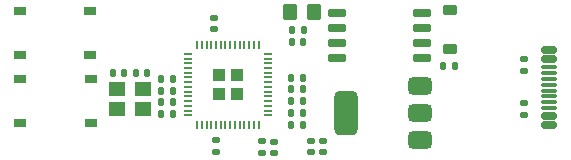
<source format=gbr>
%TF.GenerationSoftware,KiCad,Pcbnew,8.0.8*%
%TF.CreationDate,2025-01-31T11:20:25+01:00*%
%TF.ProjectId,RP2040_Template,52503230-3430-45f5-9465-6d706c617465,rev?*%
%TF.SameCoordinates,Original*%
%TF.FileFunction,Paste,Top*%
%TF.FilePolarity,Positive*%
%FSLAX46Y46*%
G04 Gerber Fmt 4.6, Leading zero omitted, Abs format (unit mm)*
G04 Created by KiCad (PCBNEW 8.0.8) date 2025-01-31 11:20:25*
%MOMM*%
%LPD*%
G01*
G04 APERTURE LIST*
G04 Aperture macros list*
%AMRoundRect*
0 Rectangle with rounded corners*
0 $1 Rounding radius*
0 $2 $3 $4 $5 $6 $7 $8 $9 X,Y pos of 4 corners*
0 Add a 4 corners polygon primitive as box body*
4,1,4,$2,$3,$4,$5,$6,$7,$8,$9,$2,$3,0*
0 Add four circle primitives for the rounded corners*
1,1,$1+$1,$2,$3*
1,1,$1+$1,$4,$5*
1,1,$1+$1,$6,$7*
1,1,$1+$1,$8,$9*
0 Add four rect primitives between the rounded corners*
20,1,$1+$1,$2,$3,$4,$5,0*
20,1,$1+$1,$4,$5,$6,$7,0*
20,1,$1+$1,$6,$7,$8,$9,0*
20,1,$1+$1,$8,$9,$2,$3,0*%
G04 Aperture macros list end*
%ADD10RoundRect,0.140000X-0.170000X0.140000X-0.170000X-0.140000X0.170000X-0.140000X0.170000X0.140000X0*%
%ADD11RoundRect,0.135000X0.135000X0.185000X-0.135000X0.185000X-0.135000X-0.185000X0.135000X-0.185000X0*%
%ADD12RoundRect,0.140000X0.140000X0.170000X-0.140000X0.170000X-0.140000X-0.170000X0.140000X-0.170000X0*%
%ADD13RoundRect,0.225000X0.375000X-0.225000X0.375000X0.225000X-0.375000X0.225000X-0.375000X-0.225000X0*%
%ADD14RoundRect,0.140000X-0.140000X-0.170000X0.140000X-0.170000X0.140000X0.170000X-0.140000X0.170000X0*%
%ADD15RoundRect,0.250000X0.350000X0.450000X-0.350000X0.450000X-0.350000X-0.450000X0.350000X-0.450000X0*%
%ADD16R,1.000000X0.750000*%
%ADD17R,1.400000X1.200000*%
%ADD18RoundRect,0.140000X0.170000X-0.140000X0.170000X0.140000X-0.170000X0.140000X-0.170000X-0.140000X0*%
%ADD19RoundRect,0.375000X0.625000X0.375000X-0.625000X0.375000X-0.625000X-0.375000X0.625000X-0.375000X0*%
%ADD20RoundRect,0.500000X0.500000X1.400000X-0.500000X1.400000X-0.500000X-1.400000X0.500000X-1.400000X0*%
%ADD21RoundRect,0.135000X0.185000X-0.135000X0.185000X0.135000X-0.185000X0.135000X-0.185000X-0.135000X0*%
%ADD22R,1.100000X1.100000*%
%ADD23RoundRect,0.045000X-0.045000X0.325000X-0.045000X-0.325000X0.045000X-0.325000X0.045000X0.325000X0*%
%ADD24RoundRect,0.045000X0.325000X0.045000X-0.325000X0.045000X-0.325000X-0.045000X0.325000X-0.045000X0*%
%ADD25R,0.651000X0.651000*%
%ADD26RoundRect,0.135000X-0.135000X-0.185000X0.135000X-0.185000X0.135000X0.185000X-0.135000X0.185000X0*%
%ADD27RoundRect,0.150000X-0.650000X-0.150000X0.650000X-0.150000X0.650000X0.150000X-0.650000X0.150000X0*%
%ADD28RoundRect,0.135000X-0.185000X0.135000X-0.185000X-0.135000X0.185000X-0.135000X0.185000X0.135000X0*%
%ADD29RoundRect,0.150000X0.500000X-0.150000X0.500000X0.150000X-0.500000X0.150000X-0.500000X-0.150000X0*%
%ADD30RoundRect,0.075000X0.575000X-0.075000X0.575000X0.075000X-0.575000X0.075000X-0.575000X-0.075000X0*%
G04 APERTURE END LIST*
D10*
%TO.C,C11*%
X105100000Y-95090000D03*
X105100000Y-96050000D03*
%TD*%
D11*
%TO.C,R2*%
X101465200Y-89879000D03*
X100445200Y-89879000D03*
%TD*%
D12*
%TO.C,C12*%
X101415200Y-90879000D03*
X100455200Y-90879000D03*
%TD*%
D11*
%TO.C,R4*%
X112450200Y-92774000D03*
X111430200Y-92774000D03*
%TD*%
D13*
%TO.C,D1*%
X124950000Y-87350000D03*
X124950000Y-84050000D03*
%TD*%
D14*
%TO.C,C14*%
X111500000Y-86750000D03*
X112460000Y-86750000D03*
%TD*%
D15*
%TO.C,R5*%
X113370000Y-84260000D03*
X111370000Y-84260000D03*
%TD*%
D16*
%TO.C,SW2*%
X94520000Y-93635000D03*
X88520000Y-93635000D03*
X94520000Y-89885000D03*
X88520000Y-89885000D03*
%TD*%
D10*
%TO.C,C9*%
X108980200Y-95194000D03*
X108980200Y-96154000D03*
%TD*%
D14*
%TO.C,C6*%
X111470200Y-89799000D03*
X112430200Y-89799000D03*
%TD*%
D17*
%TO.C,Y1*%
X96705200Y-92484000D03*
X98905200Y-92484000D03*
X98905200Y-90784000D03*
X96705200Y-90784000D03*
%TD*%
D10*
%TO.C,C10*%
X110025200Y-95200000D03*
X110025200Y-96160000D03*
%TD*%
D18*
%TO.C,C13*%
X104915200Y-85679000D03*
X104915200Y-84719000D03*
%TD*%
D19*
%TO.C,U2*%
X122370000Y-95092500D03*
X122370000Y-92792500D03*
D20*
X116070000Y-92792500D03*
D19*
X122370000Y-90492500D03*
%TD*%
D21*
%TO.C,R7*%
X131200000Y-92990000D03*
X131200000Y-91970000D03*
%TD*%
D10*
%TO.C,C2*%
X114150000Y-95160000D03*
X114150000Y-96120000D03*
%TD*%
D16*
%TO.C,SW1*%
X88460000Y-84105000D03*
X94460000Y-84105000D03*
X88460000Y-87855000D03*
X94460000Y-87855000D03*
%TD*%
D22*
%TO.C,U1*%
X106875000Y-91150000D03*
X106875000Y-89600000D03*
X105325000Y-91150000D03*
X105325000Y-89600000D03*
D23*
X108700000Y-86990000D03*
X108300000Y-86990000D03*
X107900000Y-86990000D03*
X107500000Y-86990000D03*
X107100000Y-86990000D03*
X106700000Y-86990000D03*
X106300000Y-86990000D03*
X105900000Y-86990000D03*
X105500000Y-86990000D03*
X105100000Y-86990000D03*
X104700000Y-86990000D03*
X104300000Y-86990000D03*
X103900000Y-86990000D03*
X103500000Y-86990000D03*
D24*
X102715000Y-87775000D03*
X102715000Y-88175000D03*
X102715000Y-88575000D03*
X102715000Y-88975000D03*
X102715000Y-89375000D03*
X102715000Y-89775000D03*
X102715000Y-90175000D03*
X102715000Y-90575000D03*
X102715000Y-90975000D03*
X102715000Y-91375000D03*
X102715000Y-91775000D03*
X102715000Y-92175000D03*
X102715000Y-92575000D03*
X102715000Y-92975000D03*
D23*
X103500000Y-93760000D03*
X103900000Y-93760000D03*
X104300000Y-93760000D03*
X104700000Y-93760000D03*
X105100000Y-93760000D03*
X105500000Y-93760000D03*
X105900000Y-93760000D03*
X106300000Y-93760000D03*
X106700000Y-93760000D03*
X107100000Y-93760000D03*
X107500000Y-93760000D03*
X107900000Y-93760000D03*
X108300000Y-93760000D03*
X108700000Y-93760000D03*
D24*
X109485000Y-92975000D03*
X109485000Y-92575000D03*
X109485000Y-92175000D03*
X109485000Y-91775000D03*
X109485000Y-91375000D03*
X109485000Y-90975000D03*
X109485000Y-90575000D03*
X109485000Y-90175000D03*
X109485000Y-89775000D03*
X109485000Y-89375000D03*
X109485000Y-88975000D03*
X109485000Y-88575000D03*
X109485000Y-88175000D03*
X109485000Y-87775000D03*
D25*
X106875000Y-91150000D03*
X106875000Y-89600000D03*
X105325000Y-91150000D03*
X105325000Y-89600000D03*
%TD*%
D14*
%TO.C,C5*%
X96375200Y-89394000D03*
X97335200Y-89394000D03*
%TD*%
%TO.C,C8*%
X111475200Y-93774000D03*
X112435200Y-93774000D03*
%TD*%
D12*
%TO.C,C4*%
X99265200Y-89404000D03*
X98305200Y-89404000D03*
%TD*%
D26*
%TO.C,R6*%
X100415200Y-92854000D03*
X101435200Y-92854000D03*
%TD*%
D14*
%TO.C,C1*%
X124330000Y-88800000D03*
X125290000Y-88800000D03*
%TD*%
D11*
%TO.C,R3*%
X112450200Y-91774000D03*
X111430200Y-91774000D03*
%TD*%
D27*
%TO.C,U4*%
X115380000Y-84275000D03*
X115380000Y-85545000D03*
X115380000Y-86815000D03*
X115380000Y-88085000D03*
X122580000Y-88085000D03*
X122580000Y-86815000D03*
X122580000Y-85545000D03*
X122580000Y-84275000D03*
%TD*%
D14*
%TO.C,C15*%
X111475200Y-90774000D03*
X112435200Y-90774000D03*
%TD*%
D11*
%TO.C,R1*%
X112520000Y-85740000D03*
X111500000Y-85740000D03*
%TD*%
D12*
%TO.C,C7*%
X101415200Y-91854000D03*
X100455200Y-91854000D03*
%TD*%
D10*
%TO.C,C3*%
X113160000Y-95150000D03*
X113160000Y-96110000D03*
%TD*%
D28*
%TO.C,R8*%
X131175000Y-88190000D03*
X131175000Y-89210000D03*
%TD*%
D29*
%TO.C,J3*%
X133330000Y-93830000D03*
X133330000Y-93030000D03*
D30*
X133330000Y-91880000D03*
X133330000Y-90880000D03*
X133330000Y-90380000D03*
X133330000Y-89380000D03*
D29*
X133330000Y-88230000D03*
X133330000Y-87430000D03*
X133330000Y-87430000D03*
X133330000Y-88230000D03*
D30*
X133330000Y-88880000D03*
X133330000Y-89880000D03*
X133330000Y-91380000D03*
X133330000Y-92380000D03*
D29*
X133330000Y-93030000D03*
X133330000Y-93830000D03*
%TD*%
M02*

</source>
